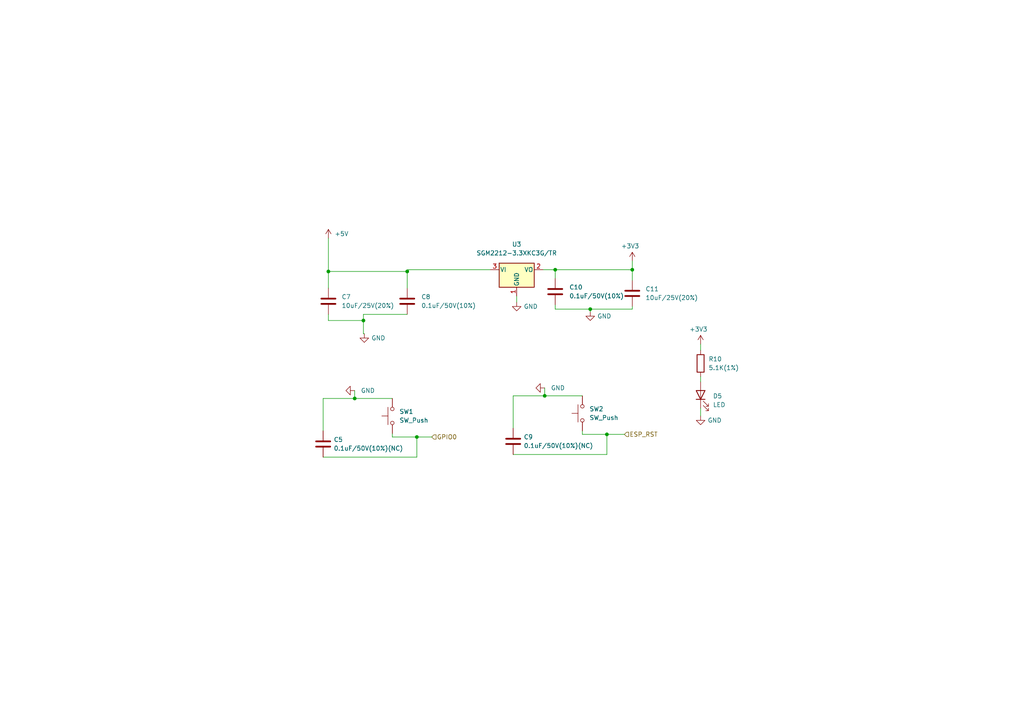
<source format=kicad_sch>
(kicad_sch (version 20211123) (generator eeschema)
  (paper "A4")
  (lib_symbols
    (symbol "Device:C" (pin_numbers hide) (pin_names (offset 0.254))
      (property "Reference" "C" (at 0.635 2.54 0))
      (property "Value" "C" (at 0.635 -2.54 0))
      (symbol "C_0_1"
        (polyline (pts (xy -2.032 -0.762) (xy 2.032 -0.762)) (stroke (width 0.508)))
        (polyline (pts (xy -2.032 0.762) (xy 2.032 0.762)) (stroke (width 0.508)))
      )
      (symbol "C_1_1"
        (pin passive line (at 0 3.81 270) (length 2.794) (name "~") (number "1"))
        (pin passive line (at 0 -3.81 90) (length 2.794) (name "~") (number "2"))
      )
    )
    (symbol "Device:LED" (pin_numbers hide) (pin_names (offset 1.016) hide)
      (property "Reference" "D" (at 0 2.54 0))
      (property "Value" "LED" (at 0 -2.54 0))
      (symbol "LED_0_1"
        (polyline (pts (xy -1.27 -1.27) (xy -1.27 1.27)) (stroke (width 0.254)))
        (polyline (pts (xy -1.27 0) (xy 1.27 0)))
        (polyline (pts (xy 1.27 -1.27) (xy 1.27 1.27) (xy -1.27 0) (xy 1.27 -1.27)) (stroke (width 0.254)))
        (polyline (pts (xy -3.048 -0.762) (xy -4.572 -2.286) (xy -3.81 -2.286) (xy -4.572 -2.286) (xy -4.572 -1.524)))
        (polyline (pts (xy -1.778 -0.762) (xy -3.302 -2.286) (xy -2.54 -2.286) (xy -3.302 -2.286) (xy -3.302 -1.524)))
      )
      (symbol "LED_1_1"
        (pin passive line (at -3.81 0 0) (length 2.54) (name "K") (number "1"))
        (pin passive line (at 3.81 0 180) (length 2.54) (name "A") (number "2"))
      )
    )
    (symbol "Device:R" (pin_numbers hide) (pin_names (offset 0))
      (property "Reference" "R" (at 2.032 0 90))
      (property "Value" "R" (at 0 0 90))
      (symbol "R_0_1"
        (rectangle (start -1.016 -2.54) (end 1.016 2.54) (stroke (width 0.254)))
      )
      (symbol "R_1_1"
        (pin passive line (at 0 3.81 270) (length 1.27) (name "~") (number "1"))
        (pin passive line (at 0 -3.81 90) (length 1.27) (name "~") (number "2"))
      )
    )
    (symbol "Regulator_Linear:AZ1117-3.3" (pin_names (offset 0.254))
      (property "Reference" "U" (at -3.81 3.175 0))
      (property "Value" "AZ1117-3.3" (at 0 3.175 0))
      (symbol "AZ1117-3.3_0_1"
        (rectangle (start -5.08 1.905) (end 5.08 -5.08) (stroke (width 0.254)) (fill (type background)))
      )
      (symbol "AZ1117-3.3_1_1"
        (pin power_in line (at 0 -7.62 90) (length 2.54) (name "GND") (number "1"))
        (pin power_out line (at 7.62 0 180) (length 2.54) (name "VO") (number "2"))
        (pin power_in line (at -7.62 0 0) (length 2.54) (name "VI") (number "3"))
      )
    )
    (symbol "Switch:SW_Push" (pin_numbers hide) (pin_names (offset 1.016) hide)
      (property "Reference" "SW" (at 1.27 2.54 0))
      (property "Value" "SW_Push" (at 0 -1.524 0))
      (symbol "SW_Push_0_1"
        (circle (center -2.032 0) (radius 0.508))
        (polyline (pts (xy 0 1.27) (xy 0 3.048)))
        (polyline (pts (xy 2.54 1.27) (xy -2.54 1.27)))
        (circle (center 2.032 0) (radius 0.508))
        (pin passive line (at -5.08 0 0) (length 2.54) (name "1") (number "1"))
        (pin passive line (at 5.08 0 180) (length 2.54) (name "2") (number "2"))
      )
    )
    (symbol "power:+3V3" (power) (pin_names (offset 0))
      (property "Value" "+3V3" (at 0 3.556 0))
      (symbol "+3V3_0_1"
        (polyline (pts (xy -0.762 1.27) (xy 0 2.54)))
        (polyline (pts (xy 0 0) (xy 0 2.54)))
        (polyline (pts (xy 0 2.54) (xy 0.762 1.27)))
      )
      (symbol "+3V3_1_1"
        (pin power_in line (at 0 0 90) (length 0) hide (name "+3V3") (number "1"))
      )
    )
    (symbol "power:+5V" (power) (pin_names (offset 0))
      (property "Value" "+5V" (at 0 3.556 0))
      (symbol "+5V_0_1"
        (polyline (pts (xy -0.762 1.27) (xy 0 2.54)))
        (polyline (pts (xy 0 0) (xy 0 2.54)))
        (polyline (pts (xy 0 2.54) (xy 0.762 1.27)))
      )
      (symbol "+5V_1_1"
        (pin power_in line (at 0 0 90) (length 0) hide (name "+5V") (number "1"))
      )
    )
    (symbol "power:GND" (power) (pin_names (offset 0))
      (property "Value" "GND" (at 0 -3.81 0))
      (symbol "GND_0_1"
        (polyline (pts (xy 0 0) (xy 0 -1.27) (xy 1.27 -1.27) (xy 0 -2.54) (xy -1.27 -1.27) (xy 0 -1.27)))
      )
      (symbol "GND_1_1"
        (pin power_in line (at 0 0 270) (length 0) hide (name "GND") (number "1"))
      )
    )
  )
  (junction (at 118.11 78.74))
  (junction (at 161.036 78.232))
  (junction (at 95.25 78.74))
  (junction (at 183.388 78.232))
  (junction (at 102.87 115.57))
  (junction (at 171.196 89.662))
  (junction (at 176.022 125.984))
  (junction (at 120.904 126.746))
  (junction (at 105.41 92.964))
  (junction (at 157.988 114.808))
  (wire (pts (xy 142.24 78.232) (xy 118.11 78.232)))
  (wire (pts (xy 118.11 83.566) (xy 118.11 78.74)))
  (wire (pts (xy 118.11 78.232) (xy 118.11 78.74)))
  (wire (pts (xy 149.86 85.852) (xy 149.86 87.63)))
  (wire (pts (xy 171.196 89.662) (xy 171.196 90.424)))
  (wire (pts (xy 105.41 96.774) (xy 105.664 96.774)))
  (wire (pts (xy 161.036 88.392) (xy 161.036 89.662)))
  (wire (pts (xy 183.388 78.232) (xy 161.036 78.232)))
  (wire (pts (xy 102.87 115.57) (xy 102.87 113.284)))
  (wire (pts (xy 120.904 126.746) (xy 125.222 126.746)))
  (wire (pts (xy 93.726 115.57) (xy 102.87 115.57)))
  (wire (pts (xy 161.036 78.232) (xy 157.48 78.232)))
  (wire (pts (xy 105.41 92.964) (xy 105.41 96.774)))
  (wire (pts (xy 148.844 124.206) (xy 148.844 114.808)))
  (wire (pts (xy 203.2 109.22) (xy 203.2 110.744)))
  (wire (pts (xy 183.388 75.692) (xy 183.388 78.232)))
  (wire (pts (xy 168.91 125.984) (xy 176.022 125.984)))
  (wire (pts (xy 161.036 80.772) (xy 161.036 78.232)))
  (wire (pts (xy 93.726 124.968) (xy 93.726 115.57)))
  (wire (pts (xy 95.25 78.74) (xy 95.25 83.566)))
  (wire (pts (xy 113.792 126.746) (xy 120.904 126.746)))
  (wire (pts (xy 168.91 124.968) (xy 168.91 125.984)))
  (wire (pts (xy 203.2 118.364) (xy 203.2 120.65)))
  (wire (pts (xy 157.988 114.808) (xy 157.988 112.522)))
  (wire (pts (xy 183.388 89.662) (xy 171.196 89.662)))
  (wire (pts (xy 168.91 114.808) (xy 157.988 114.808)))
  (wire (pts (xy 161.036 89.662) (xy 171.196 89.662)))
  (wire (pts (xy 95.25 69.088) (xy 95.25 78.74)))
  (wire (pts (xy 113.792 115.57) (xy 102.87 115.57)))
  (wire (pts (xy 105.41 91.186) (xy 105.41 92.964)))
  (wire (pts (xy 176.022 131.826) (xy 176.022 125.984)))
  (wire (pts (xy 95.25 92.964) (xy 105.41 92.964)))
  (wire (pts (xy 176.022 125.984) (xy 181.102 125.984)))
  (wire (pts (xy 118.11 91.186) (xy 105.41 91.186)))
  (wire (pts (xy 183.388 81.28) (xy 183.388 78.232)))
  (wire (pts (xy 148.844 131.826) (xy 176.022 131.826)))
  (wire (pts (xy 113.792 125.73) (xy 113.792 126.746)))
  (wire (pts (xy 183.388 88.9) (xy 183.388 89.662)))
  (wire (pts (xy 93.726 132.588) (xy 120.904 132.588)))
  (wire (pts (xy 120.904 132.588) (xy 120.904 126.746)))
  (wire (pts (xy 95.25 91.186) (xy 95.25 92.964)))
  (wire (pts (xy 148.844 114.808) (xy 157.988 114.808)))
  (wire (pts (xy 203.2 99.822) (xy 203.2 101.6)))
  (wire (pts (xy 118.11 78.74) (xy 95.25 78.74)))
  (hierarchical_label "GPIO0" (shape input) (at 125.222 126.746 0))
  (hierarchical_label "ESP_RST" (shape input) (at 181.102 125.984 0))
  (symbol (lib_id "Switch:SW_Push") (at 168.91 119.888 90) (unit 1)
    (property "Reference" "SW2" (at 170.942 118.6179 90) (effects (justify right)))
    (property "Value" "SW_Push" (at 170.942 121.1579 90) (effects (justify right)))
    (property "Footprint" "Button_Switch_SMD:SW_SPST_PTS810" (effects hide))
  )
  (symbol (lib_id "Device:C") (at 93.726 128.778 0) (unit 1)
    (property "Reference" "C5" (at 96.774 127.5079 0) (effects (justify left)))
    (property "Value" "0.1uF/50V(10%)(NC)" (at 96.774 130.0479 0) (effects (justify left)))
    (property "Footprint" "Capacitor_SMD:C_0805_2012Metric" (effects hide))
  )
  (symbol (lib_id "Device:C") (at 118.11 87.376 0) (unit 1)
    (property "Reference" "C8" (at 122.174 86.1059 0) (effects (justify left)))
    (property "Value" "0.1uF/50V(10%)" (at 122.174 88.6459 0) (effects (justify left)))
    (property "Footprint" "Capacitor_SMD:C_0805_2012Metric" (effects hide))
  )
  (symbol (lib_id "Device:C") (at 161.036 84.582 0) (unit 1)
    (property "Reference" "C10" (at 165.1 83.3119 0) (effects (justify left)))
    (property "Value" "0.1uF/50V(10%)" (at 165.1 85.8519 0) (effects (justify left)))
    (property "Footprint" "Capacitor_SMD:C_0805_2012Metric" (effects hide))
  )
  (symbol (lib_id "power:GND") (at 102.87 113.284 270) (unit 1)
    (property "Reference" "#PWR0124" (effects hide))
    (property "Value" "GND" (at 104.648 113.2839 90) (effects (justify left)))
  )
  (symbol (lib_id "power:GND") (at 149.86 87.63 0) (unit 1)
    (property "Reference" "#PWR0132" (effects hide))
    (property "Value" "GND" (at 151.892 88.8999 0) (effects (justify left)))
  )
  (symbol (lib_id "Device:C") (at 95.25 87.376 0) (unit 1)
    (property "Reference" "C7" (at 99.06 86.1059 0) (effects (justify left)))
    (property "Value" "10uF/25V(20%)" (at 99.06 88.6459 0) (effects (justify left)))
    (property "Footprint" "Capacitor_SMD:C_0805_2012Metric" (effects hide))
  )
  (symbol (lib_id "Device:R") (at 203.2 105.41 180) (unit 1)
    (property "Reference" "R10" (at 205.486 104.1399 0) (effects (justify right)))
    (property "Value" "5.1K(1%)" (at 205.486 106.6799 0) (effects (justify right)))
    (property "Footprint" "Resistor_SMD:R_0805_2012Metric" (effects hide))
  )
  (symbol (lib_id "Device:C") (at 148.844 128.016 0) (unit 1)
    (property "Reference" "C9" (at 151.892 126.7459 0) (effects (justify left)))
    (property "Value" "0.1uF/50V(10%)(NC)" (at 151.892 129.2859 0) (effects (justify left)))
    (property "Footprint" "Capacitor_SMD:C_0805_2012Metric" (effects hide))
  )
  (symbol (lib_id "Regulator_Linear:AZ1117-3.3") (at 149.86 78.232 0) (unit 1)
    (property "Reference" "U3" (at 149.86 70.866 0))
    (property "Value" "SGM2212-3.3XKC3G/TR" (at 149.86 73.406 0))
    (property "Footprint" "Package_TO_SOT_SMD:SOT-23" (effects hide))
    (property "Datasheet" "https://www.diodes.com/assets/Datasheets/AZ1117.pdf" (effects hide))
  )
  (symbol (lib_id "Device:LED") (at 203.2 114.554 90) (unit 1)
    (property "Reference" "D5" (at 206.756 114.8714 90) (effects (justify right)))
    (property "Value" "LED" (at 206.756 117.4114 90) (effects (justify right)))
    (property "Footprint" "LED_SMD:LED_0805_2012Metric" (effects hide))
  )
  (symbol (lib_id "power:GND") (at 171.196 90.424 0) (unit 1)
    (property "Reference" "#PWR0128" (effects hide))
    (property "Value" "GND" (at 173.228 91.6939 0) (effects (justify left)))
  )
  (symbol (lib_id "power:+3V3") (at 183.388 75.692 0) (unit 1)
    (property "Reference" "#PWR0129" (effects hide))
    (property "Value" "+3V3" (at 185.42 71.374 0) (effects (justify right)))
  )
  (symbol (lib_id "power:GND") (at 105.664 96.774 0) (unit 1)
    (property "Reference" "#PWR0126" (effects hide))
    (property "Value" "GND" (at 107.696 98.0439 0) (effects (justify left)))
  )
  (symbol (lib_id "power:+5V") (at 95.25 69.088 0) (unit 1)
    (property "Reference" "#PWR0125" (effects hide))
    (property "Value" "+5V" (at 97.028 67.8179 0) (effects (justify left)))
  )
  (symbol (lib_id "power:GND") (at 157.988 112.522 270) (unit 1)
    (property "Reference" "#PWR0127" (effects hide))
    (property "Value" "GND" (at 159.766 112.5219 90) (effects (justify left)))
  )
  (symbol (lib_id "power:GND") (at 203.2 120.65 0) (unit 1)
    (property "Reference" "#PWR0130" (effects hide))
    (property "Value" "GND" (at 205.232 121.9199 0) (effects (justify left)))
  )
  (symbol (lib_id "power:+3V3") (at 203.2 99.822 0) (unit 1)
    (property "Reference" "#PWR0131" (effects hide))
    (property "Value" "+3V3" (at 205.232 95.504 0) (effects (justify right)))
  )
  (symbol (lib_id "Switch:SW_Push") (at 113.792 120.65 90) (unit 1)
    (property "Reference" "SW1" (at 115.824 119.3799 90) (effects (justify right)))
    (property "Value" "SW_Push" (at 115.824 121.9199 90) (effects (justify right)))
    (property "Footprint" "Button_Switch_SMD:SW_SPST_PTS810" (effects hide))
  )
  (symbol (lib_id "Device:C") (at 183.388 85.09 0) (unit 1)
    (property "Reference" "C11" (at 187.198 83.8199 0) (effects (justify left)))
    (property "Value" "10uF/25V(20%)" (at 187.198 86.3599 0) (effects (justify left)))
    (property "Footprint" "Capacitor_SMD:C_0805_2012Metric" (effects hide))
  )
)
</source>
